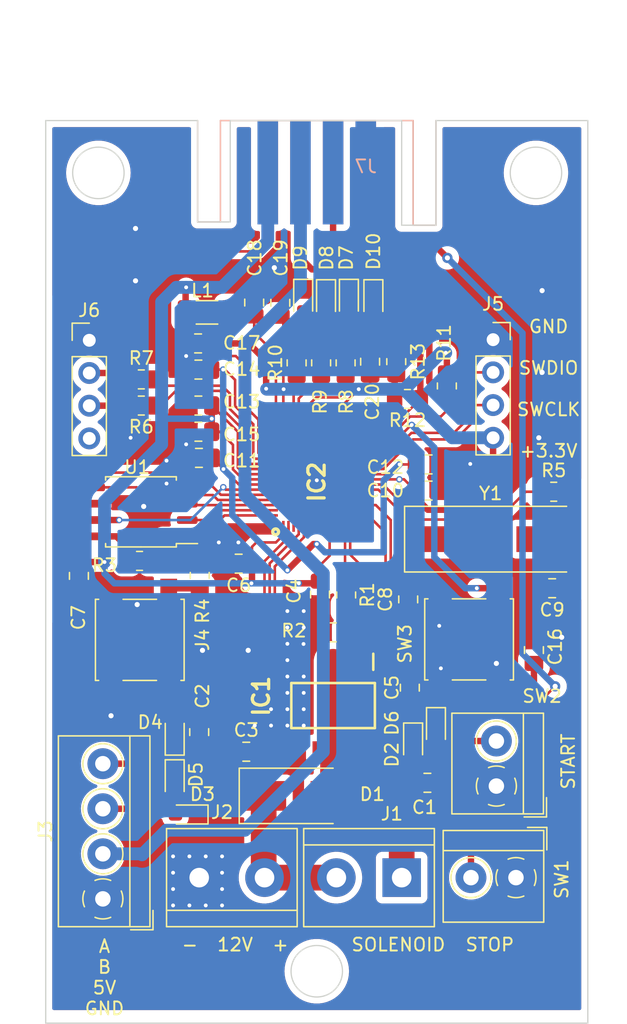
<source format=kicad_pcb>
(kicad_pcb (version 20211014) (generator pcbnew)
  (layers (0 "F.Cu" signal) (31 "B.Cu" signal) (34 "B.Paste" user) (35 "F.Paste" user) (36 "B.SilkS" user "B.Silkscreen") (37 "F.SilkS" user "F.Silkscreen") (38 "B.Mask" user) (39 "F.Mask" user) (44 "Edge.Cuts" user))
  (net 0 "")
  (net 1 "Net-(C1-Pad1)")
  (net 2 "GND")
  (net 3 "Net-(C2-Pad1)")
  (net 4 "Net-(C3-Pad1)")
  (net 5 "+3V3")
  (net 6 "Net-(C5-Pad1)")
  (net 7 "Net-(C8-Pad1)")
  (net 8 "Net-(C9-Pad1)")
  (net 9 "/1.1V")
  (net 10 "Net-(C16-Pad1)")
  (net 11 "Net-(C18-Pad1)")
  (net 12 "Net-(D1-Pad1)")
  (net 13 "Net-(D1-Pad2)")
  (net 14 "Net-(D7-Pad2)")
  (net 15 "Net-(D8-Pad2)")
  (net 16 "Net-(D9-Pad2)")
  (net 17 "Net-(D10-Pad2)")
  (net 18 "Net-(IC1-Pad1)")
  (net 19 "Net-(IC2-Pad56)")
  (net 20 "Net-(IC2-Pad55)")
  (net 21 "Net-(IC2-Pad54)")
  (net 22 "Net-(IC2-Pad53)")
  (net 23 "Net-(IC2-Pad52)")
  (net 24 "Net-(IC2-Pad51)")
  (net 25 "Net-(IC2-Pad47)")
  (net 26 "Net-(IC2-Pad46)")
  (net 28 "Net-(IC2-Pad40)")
  (net 29 "Net-(IC2-Pad39)")
  (net 31 "Net-(IC2-Pad37)")
  (net 39 "Net-(IC2-Pad28)")
  (net 40 "Net-(IC2-Pad27)")
  (net 41 "Net-(IC2-Pad25)")
  (net 42 "Net-(IC2-Pad24)")
  (net 43 "Net-(IC2-Pad21)")
  (net 46 "Net-(IC2-Pad2)")
  (net 48 "Net-(IC2-Pad13)")
  (net 56 "+5V")
  (net 57 "Net-(J4-Pad1)")
  (net 58 "Net-(J6-Pad2)")
  (net 59 "Net-(J6-Pad3)")
  (net 62 "Net-(IC2-Pad17)")
  (footprint "Capacitor_SMD:C_0805_2012Metric_Pad1.18x1.45mm_HandSolder" (layer "F.Cu") (at 15.9165 17.31 180)
    (fp_text reference "C17")
    (fp_text value "1u")
  )
  (footprint "Capacitor_SMD:C_0805_2012Metric_Pad1.18x1.45mm_HandSolder" (layer "F.Cu") (at 15.9395 24.168 180)
    (fp_text reference "C15")
    (fp_text value "0.1u")
  )
  (footprint "Package_SO:SOP-8_5.28x5.23mm_P1.27mm" (layer "F.Cu") (at 11.472 30.391 180)
    (fp_text reference "U1")
    (fp_text value "W25Q32JVSS")
  )
  (footprint "Diode_SMD:D_0603_1608Metric_Pad1.05x0.95mm_HandSolder" (layer "F.Cu") (at 15.029 53.898 180)
    (fp_text reference "D3")
    (fp_text value "ESD9B5.0ST5G")
  )
  (footprint "Crystal:Crystal_SMD_HC49-SD" (layer "F.Cu") (at 38.676 32.512)
    (fp_text reference "Y1")
    (fp_text value "12MHz")
  )
  (footprint "Resistor_SMD:R_0805_2012Metric_Pad1.20x1.40mm_HandSolder" (layer "F.Cu") (at 11.361 34.201 180)
    (fp_text reference "R3")
    (fp_text value "10k")
  )
  (footprint "Capacitor_SMD:C_0805_2012Metric_Pad1.18x1.45mm_HandSolder" (layer "F.Cu") (at 33.8465 28.74)
    (fp_text reference "C10")
    (fp_text value "0.1u")
  )
  (footprint "Resistor_SMD:R_0805_2012Metric_Pad1.20x1.40mm_HandSolder" (layer "F.Cu") (at 43.577 28.829)
    (fp_text reference "R5")
    (fp_text value "1k")
  )
  (footprint "TerminalBlock_4Ucon:TerminalBlock_4Ucon_1x02_P3.50mm_Horizontal" (layer "F.Cu") (at 39.116 51.689 90)
    (fp_text reference "SW2")
    (fp_text value "BTN1")
  )
  (footprint "TerminalBlock:TerminalBlock_bornier-2_P5.08mm" (layer "F.Cu") (at 16.002 58.801)
    (fp_text reference "J2")
    (fp_text value "Power 12V")
  )
  (footprint "Button_Switch_SMD:SW_SPST_B3S-1000" (layer "F.Cu") (at 36.993 40.297 90)
    (fp_text reference "SW3")
    (fp_text value "RST")
  )
  (footprint "Capacitor_SMD:C_0805_2012Metric_Pad1.18x1.45mm_HandSolder" (layer "F.Cu") (at 42.037 41.1265 90)
    (fp_text reference "C16")
    (fp_text value "0.1u")
  )
  (footprint "Resistor_SMD:R_0805_2012Metric_Pad1.20x1.40mm_HandSolder" (layer "F.Cu") (at 11.5 22.136 180)
    (fp_text reference "R6")
    (fp_text value "27.4")
  )
  (footprint "Resistor_SMD:R_0805_2012Metric_Pad1.20x1.40mm_HandSolder" (layer "F.Cu") (at 32.201 21.628 180)
    (fp_text reference "R12")
    (fp_text value "2.2k")
  )
  (footprint "Capacitor_SMD:C_0805_2012Metric_Pad1.18x1.45mm_HandSolder" (layer "F.Cu") (at 15.9825 26.2 180)
    (fp_text reference "C11")
    (fp_text value "1u")
  )
  (footprint "Resistor_SMD:R_0805_2012Metric_Pad1.20x1.40mm_HandSolder" (layer "F.Cu") (at 11.5 20.104)
    (fp_text reference "R7")
    (fp_text value "27.4")
  )
  (footprint "Capacitor_SMD:C_0805_2012Metric_Pad1.18x1.45mm_HandSolder" (layer "F.Cu") (at 20.279 14.135 90)
    (fp_text reference "C18")
    (fp_text value "0.1u")
  )
  (footprint "Inductor_SMD:L_1206_3216Metric_Pad1.22x1.90mm_HandSolder" (layer "F.Cu") (at 16.6075 14.897 180)
    (fp_text reference "L1")
    (fp_text value "600")
  )
  (footprint "Resistor_SMD:R_0805_2012Metric_Pad1.20x1.40mm_HandSolder" (layer "F.Cu") (at 31.328 18.723 90)
    (fp_text reference "R13")
    (fp_text value "2.2k")
  )
  (footprint "Resistor_SMD:R_0805_2012Metric_Pad1.20x1.40mm_HandSolder" (layer "F.Cu") (at 23.581 18.818 90)
    (fp_text reference "R10")
    (fp_text value "2.2k")
  )
  (footprint "Capacitor_SMD:C_0805_2012Metric_Pad1.18x1.45mm_HandSolder" (layer "F.Cu") (at 19.0715 34.417 180)
    (fp_text reference "C6")
    (fp_text value "0.1u")
  )
  (footprint "LED_SMD:LED_0603_1608Metric_Pad1.05x0.95mm_HandSolder" (layer "F.Cu") (at 29.55 14.022 -90)
    (fp_text reference "D10")
    (fp_text value "LED_Small")
  )
  (footprint "Connector_PinSocket_2.54mm:PinSocket_1x04_P2.54mm_Vertical" (layer "F.Cu") (at 38.862 17.018)
    (fp_text reference "J5")
    (fp_text value "Debug")
  )
  (footprint "Resistor_SMD:R_0805_2012Metric_Pad1.20x1.40mm_HandSolder" (layer "F.Cu") (at 25.486 18.818 90)
    (fp_text reference "R9")
    (fp_text value "2.2k")
  )
  (footprint "Capacitor_SMD:C_0805_2012Metric_Pad1.18x1.45mm_HandSolder" (layer "F.Cu") (at 25.4 36.8085 -90)
    (fp_text reference "C4")
    (fp_text value "0.1u")
  )
  (footprint "Connector_PinHeader_2.54mm:PinHeader_1x04_P2.54mm_Vertical" (layer "F.Cu") (at 7.452 17.066)
    (fp_text reference "J6")
    (fp_text value "USB")
  )
  (footprint "Capacitor_SMD:C_0805_2012Metric_Pad1.18x1.45mm_HandSolder" (layer "F.Cu") (at 15.9395 22.136 180)
    (fp_text reference "C13")
    (fp_text value "0.1u")
  )
  (footprint "Capacitor_SMD:C_0805_2012Metric_Pad1.18x1.45mm_HandSolder" (layer "F.Cu") (at 15.9395 19.342 180)
    (fp_text reference "C14")
    (fp_text value "1u")
  )
  (footprint "LED_SMD:LED_0603_1608Metric_Pad1.05x0.95mm_HandSolder" (layer "F.Cu") (at 24.089 13.994 -90)
    (fp_text reference "D9")
    (fp_text value "LED_Small")
  )
  (footprint "Capacitor_SMD:C_0805_2012Metric_Pad1.18x1.45mm_HandSolder" (layer "F.Cu") (at 16.002 47.498 90)
    (fp_text reference "C2")
    (fp_text value "0.1u")
  )
  (footprint "Capacitor_SMD:C_0805_2012Metric_Pad1.18x1.45mm_HandSolder" (layer "F.Cu") (at 22.311 14.1565 90)
    (fp_text reference "C19")
    (fp_text value "0.1u")
  )
  (footprint "RP2040:QFN40P700X700X90-57N-D" (layer "F.Cu") (at 25.146 28.067 90)
    (fp_text reference "IC2")
    (fp_text value "RP2040" hide)
  )
  (footprint "Capacitor_SMD:C_0805_2012Metric_Pad1.18x1.45mm_HandSolder" (layer "F.Cu") (at 6.646 35.3655 -90)
    (fp_text reference "C7")
    (fp_text value "0.1u")
  )
  (footprint "Resistor_SMD:R_0805_2012Metric_Pad1.20x1.40mm_HandSolder" (layer "F.Cu") (at 35.265 20.612 -90)
    (fp_text reference "R11")
    (fp_text value "2.2k")
  )
  (footprint "Resistor_SMD:R_0805_2012Metric_Pad1.20x1.40mm_HandSolder" (layer "F.Cu") (at 27.391 18.818 90)
    (fp_text reference "R8")
    (fp_text value "2.2k")
  )
  (footprint "Diode_SMD:D_0603_1608Metric_Pad1.05x0.95mm_HandSolder" (layer "F.Cu") (at 32.639 48.453 -90)
    (fp_text reference "D2")
    (fp_text value "ESD9B5.0ST5G")
  )
  (footprint "Diode_SMD:D_0603_1608Metric_Pad1.05x0.95mm_HandSolder" (layer "F.Cu") (at 14.097 47.625 90)
    (fp_text reference "D4")
    (fp_text value "ESD9B5.0ST5G")
  )
  (footprint "Diode_SMD:D_SMB_Handsoldering" (layer "F.Cu") (at 23.716 52.451)
    (fp_text reference "D1")
    (fp_text value "D_Small")
  )
  (footprint "Capacitor_SMD:C_0805_2012Metric_Pad1.18x1.45mm_HandSolder" (layer "F.Cu") (at 33.7515 51.435)
    (fp_text reference "C1")
    (fp_text value "0.1u")
  )
  (footprint "Capacitor_SMD:C_0805_2012Metric_Pad1.18x1.45mm_HandSolder" (layer "F.Cu") (at 29.296 18.7285 90)
    (fp_text reference "C20")
    (fp_text value "0.1u")
  )
  (footprint "Capacitor_SMD:C_0805_2012Metric_Pad1.18x1.45mm_HandSolder" (layer "F.Cu") (at 19.6635 49.022)
    (fp_text reference "C3")
    (fp_text value "0.1u")
  )
  (footprint "Resistor_SMD:R_0805_2012Metric_Pad1.20x1.40mm_HandSolder" (layer "F.Cu") (at 26.432 39.751 180)
    (fp_text reference "R2")
    (fp_text value "10k")
  )
  (footprint "LED_SMD:LED_0603_1608Metric_Pad1.05x0.95mm_HandSolder" (layer "F.Cu") (at 27.645 13.994 -90)
    (fp_text reference "D7")
    (fp_text value "LED_Small")
  )
  (footprint "LED_SMD:LED_0603_1608Metric_Pad1.05x0.95mm_HandSolder" (layer "F.Cu") (at 25.867 14.022 -90)
    (fp_text reference "D8")
    (fp_text value "LED_Small")
  )
  (footprint "FDT439N:SOT230P700X180-4N" (layer "F.Cu") (at 26.416 45.437 -90)
    (fp_text reference "IC1")
    (fp_text value "FDT439N" hide)
  )
  (footprint "TerminalBlock:TerminalBlock_bornier-2_P5.08mm" (layer "F.Cu") (at 31.75 58.801 180)
    (fp_text reference "J1")
    (fp_text value "Solenoid")
  )
  (footprint "Diode_SMD:D_0603_1608Metric_Pad1.05x0.95mm_HandSolder" (layer "F.Cu") (at 14.097 51.308 -90)
    (fp_text reference "D5")
    (fp_text value "ESD9B5.0ST5G")
  )
  (footprint "Capacitor_SMD:C_0805_2012Metric_Pad1.18x1.45mm_HandSolder" (layer "F.Cu") (at 32.258 37.1895 -90)
    (fp_text reference "C8")
    (fp_text value "27p")
  )
  (footprint "Resistor_SMD:R_0805_2012Metric_Pad1.20x1.40mm_HandSolder" (layer "F.Cu") (at 27.432 36.846 -90)
    (fp_text reference "R1")
    (fp_text value "100")
  )
  (footprint "Capacitor_SMD:C_0805_2012Metric_Pad1.18x1.45mm_HandSolder" (layer "F.Cu") (at 32.385 44.0475 -90)
    (fp_text reference "C5")
    (fp_text value "0.1u")
  )
  (footprint "Button_Switch_SMD:SW_SPST_B3S-1000" (layer "F.Cu") (at 11.381 40.335 -90)
    (fp_text reference "J4")
    (fp_text value "Conn_01x02")
  )
  (footprint "Resistor_SMD:R_0805_2012Metric_Pad1.20x1.40mm_HandSolder" (layer "F.Cu") (at 16.044 35.328 90)
    (fp_text reference "R4")
    (fp_text value "10k")
  )
  (footprint "TerminalBlock_4Ucon:TerminalBlock_4Ucon_1x04_P3.50mm_Horizontal" (layer "F.Cu") (at 8.509 60.452 90)
    (fp_text reference "J3")
    (fp_text value "encoder")
  )
  (footprint "TerminalBlock_4Ucon:TerminalBlock_4Ucon_1x02_P3.50mm_Horizontal" (layer "F.Cu") (at 40.64 58.801 180)
    (fp_text reference "SW1")
    (fp_text value "BTN2")
  )
  (footprint "Diode_SMD:D_0603_1608Metric_Pad1.05x0.95mm_HandSolder" (layer "F.Cu") (at 34.417 47.258 -90)
    (fp_text reference "D6")
    (fp_text value "ESD9B5.0ST5G")
  )
  (footprint "Capacitor_SMD:C_0805_2012Metric_Pad1.18x1.45mm_HandSolder" (layer "F.Cu") (at 33.8465 26.708)
    (fp_text reference "C12")
    (fp_text value "1u")
  )
  (footprint "Capacitor_SMD:C_0805_2012Metric_Pad1.18x1.45mm_HandSolder" (layer "F.Cu") (at 43.4555 36.322 180)
    (fp_text reference "C9")
    (fp_text value "27p")
  )
  (footprint "my_modules:connector_pcb" (layer "B.Cu") (at 25.146 4.064 180)
    (fp_text reference "J7")
    (fp_text value "I2C_interface")
  )
  (gr_line (start 4.064 70.104) (end 4.064 0) (layer "Edge.Cuts") (width 0.1))
  (gr_line (start 46.228 70.104) (end 4.064 70.104) (layer "Edge.Cuts") (width 0.1))
  (gr_circle (center 25.146 66.072) (end 27.146 66.072) (layer "Edge.Cuts") (width 0.1) (fill none))
  (gr_circle (center 8.16 4.064) (end 10.16 4.064) (layer "Edge.Cuts") (width 0.1) (fill none))
  (gr_line (start 18.415 7.874) (end 15.875 7.874) (layer "Edge.Cuts") (width 0.1))
  (gr_circle (center 42.196 4.064) (end 44.196 4.064) (layer "Edge.Cuts") (width 0.1) (fill none))
  (gr_line (start 15.875 0) (end 4.064 0) (layer "Edge.Cuts") (width 0.1))
  (gr_line (start 15.875 7.874) (end 15.875 0) (layer "Edge.Cuts") (width 0.1))
  (gr_line (start 18.415 0) (end 18.415 7.874) (layer "Edge.Cuts") (width 0.1))
  (gr_line (start 34.417 8.128) (end 31.75 8.128) (layer "Edge.Cuts") (width 0.1))
  (gr_line (start 34.417 0) (end 34.417 8.128) (layer "Edge.Cuts") (width 0.1))
  (gr_line (start 46.228 0) (end 46.228 70.104) (layer "Edge.Cuts") (width 0.1))
  (gr_line (start 46.228 0) (end 34.417 0) (layer "Edge.Cuts") (width 0.1))
  (gr_line (start 31.75 8.128) (end 31.75 0) (layer "Edge.Cuts") (width 0.1))
  (gr_line (start 31.75 0) (end 18.415 0) (layer "Edge.Cuts") (width 0.1))
  (gr_text "GND\n\nSWDIO\n\nSWCLK\n\n+3.3V" (at 43.18 20.828) (layer "F.SilkS") (effects (font (size 1 1))))
  (gr_text "START" (at 44.704 49.784 90) (layer "F.SilkS") (effects (font (size 1 1))))
  (gr_text "SOLENOID" (at 31.496 64.008) (layer "F.SilkS") (effects (font (size 1 1))))
  (gr_text "A\nB\n5V\nGND" (at 8.636 66.548) (layer "F.SilkS") (effects (font (size 1 1))))
  (gr_text "STOP" (at 38.608 64.008) (layer "F.SilkS") (effects (font (size 1 1))))
  (gr_text "-  12V  +" (at 18.796 64.008) (layer "F.SilkS") (effects (font (size 1 1))))
  (segment (start 30.099 48.387) (end 31.04 49.328) (width 0.2) (layer "F.Cu") (net 1))
  (segment (start 32.639 49.328) (end 32.639 51.36) (width 0.5) (layer "F.Cu") (net 1))
  (segment (start 37.14 56.571) (end 37.14 58.801) (width 0.5) (layer "F.Cu") (net 1))
  (segment (start 32.714 52.145) (end 37.14 56.571) (width 0.5) (layer "F.Cu") (net 1))
  (segment (start 30.099 36.068) (end 30.099 48.387) (width 0.2) (layer "F.Cu") (net 1))
  (segment (start 31.04 49.328) (end 32.639 49.328) (width 0.2) (layer "F.Cu") (net 1))
  (segment (start 32.714 51.435) (end 32.714 52.145) (width 0.5) (layer "F.Cu") (net 1))
  (segment (start 27.746 33.715) (end 30.099 36.068) (width 0.2) (layer "F.Cu") (net 1))
  (segment (start 32.639 51.36) (end 32.714 51.435) (width 0.5) (layer "F.Cu") (net 1))
  (segment (start 27.746 31.517) (end 27.746 33.715) (width 0.2) (layer "F.Cu") (net 1))
  (segment (start 42.418 37.846) (end 42.037 38.227) (width 0.5) (layer "F.Cu") (net 2))
  (segment (start 34.743 38.028) (end 34.743 36.322) (width 0.5) (layer "F.Cu") (net 2))
  (segment (start 42.418 36.322) (end 42.418 37.846) (width 0.5) (layer "F.Cu") (net 2))
  (segment (start 20.3365 13.155) (end 20.279 13.0975) (width 0.5) (layer "F.Cu") (net 2))
  (segment (start 28.57 13.155) (end 28.578 13.147) (width 0.5) (layer "F.Cu") (net 2))
  (segment (start 29.296 17.691) (end 28.57 16.965) (width 0.5) (layer "F.Cu") (net 2))
  (segment (start 28.578 13.147) (end 29.55 13.147) (width 0.5) (layer "F.Cu") (net 2))
  (segment (start 28.57 16.965) (end 28.57 13.155) (width 0.5) (layer "F.Cu") (net 2))
  (segment (start 25.4 39.719) (end 25.432 39.751) (width 0.5) (layer "F.Cu") (net 2))
  (segment (start 24.116 40.654) (end 24.116 40.273) (width 0.5) (layer "F.Cu") (net 2))
  (segment (start 6.689 36.36) (end 6.646 36.403) (width 0.5) (layer "F.Cu") (net 2))
  (segment (start 14.635 17.066) (end 7.452 17.066) (width 0.5) (layer "F.Cu") (net 2))
  (segment (start 24.116 42.037) (end 24.116 40.654) (width 0.5) (layer "F.Cu") (net 2))
  (segment (start 28.57 13.155) (end 20.3365 13.155) (width 0.5) (layer "F.Cu") (net 2))
  (segment (start 25.4 37.846) (end 25.4 39.719) (width 0.5) (layer "F.Cu") (net 2))
  (segment (start 42.037 38.227) (end 34.544 38.227) (width 0.5) (layer "F.Cu") (net 2))
  (segment (start 42.037 40.089) (end 42.037 38.227) (width 0.5) (layer "F.Cu") (net 2))
  (segment (start 34.544 38.227) (end 34.743 38.028) (width 0.5) (layer "F.Cu") (net 2))
  (segment (start 24.116 40.273) (end 24.638 39.751) (width 0.5) (layer "F.Cu") (net 2))
  (segment (start 9.131 36.36) (end 6.689 36.36) (width 0.5) (layer "F.Cu") (net 2))
  (segment (start 14.879 17.31) (end 14.635 17.066) (width 0.5) (layer "F.Cu") (net 2))
  (segment (start 24.638 39.751) (end 25.432 39.751) (width 0.5) (layer "F.Cu") (net 2))
  (segment (start 32.258 38.227) (end 34.544 38.227) (width 0.5) (layer "F.Cu") (net 2))
  (via (at 15.24 57.15) (size 0.5) (drill 0.3) (layers "F.Cu" "B.Cu") (net 2))
  (via (at 24.116 40.654) (size 0.5) (drill 0.3) (layers "F.Cu" "B.Cu") (net 2))
  (via (at 24.13 44.45) (size 0.5) (drill 0.3) (layers "F.Cu" "B.Cu") (net 2))
  (via (at 24.13 46.99) (size 0.5) (drill 0.3) (layers "F.Cu" "B.Cu") (net 2))
  (via (at 39.116 42.164) (size 0.8) (drill 0.4) (layers "F.Cu" "B.Cu") (net 2))
  (via (at 17.78 57.15) (size 0.5) (drill 0.3) (layers "F.Cu" "B.Cu") (net 2))
  (via (at 14.986 18.288) (size 0.5) (drill 0.3) (layers "F.Cu" "B.Cu") (net 2))
  (via (at 42.672 13.208) (size 0.8) (drill 0.4) (layers "F.Cu" "B.Cu") (net 2))
  (via (at 19.05 32.766) (size 0.5) (drill 0.3) (layers "F.Cu" "B.Cu") (net 2))
  (via (at 16.51 60.96) (size 0.5) (drill 0.3) (layers "F.Cu" "B.Cu") (net 2))
  (via (at 15.24 60.96) (size 0.5) (drill 0.3) (layers "F.Cu" "B.Cu") (net 2))
  (via (at 44.196 40.132) (size 0.8) (drill 0.4) (layers "F.Cu" "B.Cu") (net 2))
  (via (at 25.146 27.94) (size 0.5) (drill 0.3) (layers "F.Cu" "B.Cu") (net 2))
  (via (at 42.672 19.558) (size 0.8) (drill 0.4) (layers "F.Cu" "B.Cu") (net 2))
  (via (at 24.13 38.1) (size 0.5) (drill 0.3) (layers "F.Cu" "B.Cu") (net 2))
  (via (at 22.86 40.64) (size 0.5) (drill 0.3) (layers "F.Cu" "B.Cu") (net 2))
  (via (at 22.86 45.72) (size 0.5) (drill 0.3) (layers "F.Cu" "B.Cu") (net 2))
  (via (at 24.13 39.37) (size 0.5) (drill 0.3) (layers "F.Cu" "B.Cu") (net 2))
  (via (at 11.049 12.446) (size 0.8) (drill 0.4) (layers "F.Cu" "B.Cu") (net 2))
  (via (at 9.144 46.228) (size 0.8) (drill 0.4) (layers "F.Cu" "B.Cu") (net 2))
  (via (at 21.844 11.43) (size 0.8) (drill 0.4) (layers "F.Cu" "B.Cu") (net 2))
  (via (at 22.86 41.91) (size 0.5) (drill 0.3) (layers "F.Cu" "B.Cu") (net 2))
  (via (at 21.59 46.99) (size 0.5) (drill 0.3) (layers "F.Cu" "B.Cu") (net 2))
  (via (at 19.812 41.148) (size 0.8) (drill 0.4) (layers "F.Cu" "B.Cu") (net 2))
  (via (at 24.13 43.18) (size 0.5) (drill 0.3) (layers "F.Cu" "B.Cu") (net 2))
  (via (at 17.78 60.96) (size 0.5) (drill 0.3) (layers "F.Cu" "B.Cu") (net 2))
  (via (at 20.32 46.99) (size 0.5) (drill 0.3) (layers "F.Cu" "B.Cu") (net 2))
  (via (at 13.462 28.194) (size 0.5) (drill 0.3) (layers "F.Cu" "B.Cu") (net 2))
  (via (at 14.986 25.146) (size 0.5) (drill 0.3) (layers "F.Cu" "B.Cu") (net 2))
  (via (at 17.78 58.42) (size 0.5) (drill 0.3) (layers "F.Cu" "B.Cu") (net 2))
  (via (at 22.86 44.45) (size 0.5) (drill 0.3) (layers "F.Cu" "B.Cu") (net 2))
  (via (at 13.97 60.96) (size 0.5) (drill 0.3) (layers "F.Cu" "B.Cu") (net 2))
  (via (at 13.97 59.69) (size 0.5) (drill 0.3) (layers "F.Cu" "B.Cu") (net 2))
  (via (at 16.256 41.148) (size 0.8) (drill 0.4) (layers "F.Cu" "B.Cu") (net 2))
  (via (at 10.668 24.638) (size 0.5) (drill 0.3) (layers "F.Cu" "B.Cu") (net 2))
  (via (at 13.462 26.416) (size 0.5) (drill 0.3) (layers "F.Cu" "B.Cu") (net 2))
  (via (at 13.97 58.42) (size 0.5) (drill 0.3) (layers "F.Cu" "B.Cu") (net 2))
  (via (at 22.86 43.18) (size 0.5) (drill 0.3) (layers "F.Cu" "B.Cu") (net 2))
  (via (at 17.78 59.69) (size 0.5) (drill 0.3) (layers "F.Cu" "B.Cu") (net 2))
  (via (at 11.176 37.592) (size 0.8) (drill 0.4) (layers "F.Cu" "B.Cu") (net 2))
  (via (at 16.51 57.15) (size 0.5) (drill 0.3) (layers "F.Cu" "B.Cu") (net 2))
  (via (at 22.86 38.1) (size 0.5) (drill 0.3) (layers "F.Cu" "B.Cu") (net 2))
  (via (at 13.97 57.15) (size 0.5) (drill 0.3) (layers "F.Cu" "B.Cu") (net 2))
  (via (at 22.86 39.37) (size 0.5) (drill 0.3) (layers "F.Cu" "B.Cu") (net 2))
  (via (at 22.86 46.99) (size 0.5) (drill 0.3) (layers "F.Cu" "B.Cu") (net 2))
  (via (at 37.084 26.67) (size 0.5) (drill 0.3) (layers "F.Cu" "B.Cu") (net 2))
  (via (at 24.13 45.72) (size 0.5) (drill 0.3) (layers "F.Cu" "B.Cu") (net 2))
  (via (at 17.526 32.766) (size 0.5) (drill 0.3) (layers "F.Cu" "B.Cu") (net 2))
  (via (at 11.049 8.382) (size 0.8) (drill 0.4) (layers "F.Cu" "B.Cu") (net 2))
  (via (at 21.59 45.72) (size 0.5) (drill 0.3) (layers "F.Cu" "B.Cu") (net 2))
  (via (at 34.798 42.545) (size 0.5) (drill 0.3) (layers "F.Cu" "B.Cu") (net 2))
  (via (at 42.418 24.638) (size 0.8) (drill 0.4) (layers "F.Cu" "B.Cu") (net 2))
  (via (at 34.671 39.243) (size 0.5) (drill 0.3) (layers "F.Cu" "B.Cu") (net 2))
  (via (at 11.684 29.972) (size 0.8) (drill 0.4) (layers "F.Cu" "B.Cu") (net 2))
  (segment (start 23.746 32.134) (end 21.482 34.398) (width 0.2) (layer "F.Cu") (net 3))
  (segment (start 23.746 31.517) (end 23.746 32.134) (width 0.2) (layer "F.Cu") (net 3))
  (segment (start 14.097 49.784) (end 14.097 48.5) (width 0.5) (layer "F.Cu") (net 3))
  (segment (start 14.097 50.433) (end 14.097 49.784) (width 0.5) (layer "F.Cu") (net 3))
  (segment (start 21.482 34.398) (end 21.482 43.0555) (width 0.2) (layer "F.Cu") (net 3))
  (segment (start 16.002 48.5355) (end 14.1325 48.5355) (width 0.5) (layer "F.Cu") (net 3))
  (segment (start 13.929 49.952) (end 14.097 49.784) (width 0.5) (layer "F.Cu") (net 3))
  (segment (start 8.509 49.952) (end 13.929 49.952) (width 0.5) (layer "F.Cu") (net 3))
  (segment (start 14.1325 48.5355) (end 14.097 48.5) (width 0.5) (layer "F.Cu") (net 3))
  (segment (start 21.482 43.0555) (end 16.002 48.5355) (width 0.2) (layer "F.Cu") (net 3))
  (segment (start 21.882 43.523) (end 18.626 46.779) (width 0.2) (layer "F.Cu") (net 4))
  (segment (start 14.154 52.24) (end 14.097 52.183) (width 0.5) (layer "F.Cu") (net 4))
  (segment (start 21.882 34.633) (end 21.882 43.523) (width 0.2) (layer "F.Cu") (net 4))
  (segment (start 24.146 32.369) (end 21.882 34.633) (width 0.2) (layer "F.Cu") (net 4))
  (segment (start 14.154 53.898) (end 14.154 53.283) (width 0.5) (layer "F.Cu") (net 4))
  (segment (start 8.509 53.452) (end 13.985 53.452) (width 0.5) (layer "F.Cu") (net 4))
  (segment (start 14.097 52.183) (end 14.111 52.197) (width 0.5) (layer "F.Cu") (net 4))
  (segment (start 24.146 31.517) (end 24.146 32.369) (width 0.2) (layer "F.Cu") (net 4))
  (segment (start 13.985 53.452) (end 14.154 53.283) (width 0.5) (layer "F.Cu") (net 4))
  (segment (start 18.626 46.779) (end 18.626 49.022) (width 0.2) (layer "F.Cu") (net 4))
  (segment (start 18.626 50.843) (end 18.626 49.022) (width 0.5) (layer "F.Cu") (net 4))
  (segment (start 14.154 53.283) (end 14.154 52.24) (width 0.5) (layer "F.Cu") (net 4))
  (segment (start 17.272 52.197) (end 18.626 50.843) (width 0.5) (layer "F.Cu") (net 4))
  (segment (start 14.111 52.197) (end 17.272 52.197) (width 0.5) (layer "F.Cu") (net 4))
  (segment (start 21.971 32.766) (end 20.447 32.766) (width 0.2) (layer "F.Cu") (net 5))
  (segment (start 26.146 33.798) (end 25.4 34.544) (width 0.2) (layer "F.Cu") (net 5))
  (segment (start 6.646 32.851) (end 6.646 34.328) (width 0.5) (layer "F.Cu") (net 5))
  (segment (start 6.684 34.29) (end 6.646 34.328) (width 0.5) (layer "F.Cu") (net 5))
  (segment (start 25.23 35.941) (end 25.4 35.771) (width 0.5) (layer "F.Cu") (net 5))
  (segment (start 31.328 19.723) (end 29.339 19.723) (width 0.5) (layer "F.Cu") (net 5))
  (segment (start 38.862 29.464) (end 38.862 24.638) (width 0.5) (layer "F.Cu") (net 5))
  (segment (start 16.977 22.136) (end 16.977 23.155) (width 0.5) (layer "F.Cu") (net 5))
  (segment (start 33.782 30.226) (end 38.1 30.226) (width 0.5) (layer "F.Cu") (net 5))
  (segment (start 22.546 32.191) (end 21.971 32.766) (width 0.2) (layer "F.Cu") (net 5))
  (segment (start 9.563 32.296) (end 7.872 32.296) (width 0.5) (layer "F.Cu") (net 5))
  (segment (start 29.296 20.612) (end 29.296 19.766) (width 0.2) (layer "F.Cu") (net 5))
  (segment (start 38.1 30.226) (end 38.862 29.464) (width 0.5) (layer "F.Cu") (net 5))
  (segment (start 20.109 34.417) (end 20.109 35.898) (width 0.5) (layer "F.Cu") (net 5))
  (segment (start 21.696 25.867) (end 20.657 25.867) (width 0.2) (layer "F.Cu") (net 5))
  (segment (start 28.407 20.866) (end 28.41 20.866) (width 0.2) (layer "F.Cu") (net 5))
  (segment (start 14.945 12.995) (end 14.986 12.954) (width 0.5) (layer "F.Cu") (net 5))
  (segment (start 16.954 15.763) (end 16.088 14.897) (width 0.5) (layer "F.Cu") (net 5))
  (segment (start 31.201 19.85) (end 31.328 19.723) (width 0.5) (layer "F.Cu") (net 5))
  (segment (start 19.514 27.467) (end 19.009 26.962) (width 0.2) (layer "F.Cu") (net 5))
  (segment (start 8.636 34.29) (end 6.684 34.29) (width 0.5) (layer "F.Cu") (net 5))
  (segment (start 26.146 23.127) (end 28.407 20.866) (width 0.2) (layer "F.Cu") (net 5))
  (segment (start 35.265 19.612) (end 35.265 18.12) (width 0.5) (layer "F.Cu") (net 5))
  (segment (start 26.146 31.517) (end 26.146 33.798) (width 0.2) (layer "F.Cu") (net 5))
  (segment (start 17.612 24.168) (end 16.977 24.168) (width 0.2) (layer "F.Cu") (net 5))
  (segment (start 25.4 34.544) (end 25.4 35.771) (width 0.2) (layer "F.Cu") (net 5))
  (segment (start 19.406 27.867) (end 18.628 27.089) (width 0.2) (layer "F.Cu") (net 5))
  (segment (start 22.546 15.429) (end 22.311 15.194) (width 0.2) (layer "F.Cu") (net 5))
  (segment (start 28.41 20.866) (end 29.042 20.866) (width 0.2) (layer "F.Cu") (net 5))
  (segment (start 18.628 27.089) (end 18.628 25.184) (width 0.2) (layer "F.Cu") (net 5))
  (segment (start 29.042 20.866) (end 29.296 20.612) (width 0.2) (layer "F.Cu") (net 5))
  (segment (start 21.238 27.467) (end 19.514 27.467) (width 0.2) (layer "F.Cu") (net 5))
  (segment (start 18.628 25.184) (end 17.612 24.168) (width 0.2) (layer "F.Cu") (net 5))
  (segment (start 21.238 27.867) (end 19.406 27.867) (width 0.2) (layer "F.Cu") (net 5))
  (segment (start 31.569 27.867) (end 31.936 27.867) (width 0.2) (layer "F.Cu") (net 5))
  (segment (start 16.088 14.897) (end 14.945 14.897) (width 0.5) (layer "F.Cu") (net 5))
  (segment (start 29.339 19.723) (end 29.296 19.766) (width 0.5) (layer "F.Cu") (net 5))
  (segment (start 7.872 32.296) (end 7.201 32.296) (width 0.5) (layer "F.Cu") (net 5))
  (segment (start 20.609 23.228) (end 19.263 21.882) (width 0.2) (layer "F.Cu") (net 5))
  (segment (start 17.907 18.288) (end 16.954 17.335) (width 0.2) (layer "F.Cu") (net 5))
  (segment (start 31.201 21.628) (end 31.201 19.85) (width 0.5) (layer "F.Cu") (net 5))
  (segment (start 20.447 32.766) (end 20.109 33.104) (width 0.2) (layer "F.Cu") (net 5))
  (segment (start 19.85 17.31) (end 16.954 17.31) (width 0.5) (layer "F.Cu") (net 5))
  (segment (start 19.263 21.882) (end 19.263 18.707) (width 0.2) (layer "F.Cu") (net 5))
  (segment (start 16.954 17.31) (end 16.954 15.763) (width 0.5) (layer "F.Cu") (net 5))
  (segment (start 28.596 27.867) (end 31.569 27.867) (width 0.2) (layer "F.Cu") (net 5))
  (segment (start 20.109 33.104) (end 20.109 34.417) (width 0.2) (layer "F.Cu") (net 5))
  (segment (start 32.809 28.74) (end 32.809 29.253) (width 0.5) (layer "F.Cu") (net 5))
  (segment (start 22.546 31.517) (end 22.546 32.191) (width 0.2) (layer "F.Cu") (net 5))
  (segment (start 22.546 24.617) (end 22.546 15.429) (width 0.2) (layer "F.Cu") (net 5))
  (segment (start 10.361 34.201) (end 10.361 33.094) (width 0.5) (layer "F.Cu") (net 5))
  (segment (start 10.361 33.094) (end 9.563 32.296) (width 0.5) (layer "F.Cu") (net 5))
  (segment (start 23.749 35.941) (end 25.23 35.941) (width 0.5) (layer "F.Cu") (net 5))
  (segment (start 16.977 23.155) (end 16.977 24.168) (width 0.5) (layer "F.Cu") (net 5))
  (segment (start 31.936 27.867) (end 32.809 28.74) (width 0.2) (layer "F.Cu") (net 5))
  (segment (start 32.809 29.253) (end 33.782 30.226) (width 0.5) (layer "F.Cu") (net 5))
  (segment (start 20.657 25.867) (end 20.609 25.819) (width 0.2) (layer "F.Cu") (net 5))
  (segment (start 20.109 35.898) (end 20.066 35.941) (width 0.5) (layer "F.Cu") (net 5))
  (segment (start 19.009 26.962) (end 19.009 24.168) (width 0.2) (layer "F.Cu") (net 5))
  (segment (start 17.866 17.31) (end 16.954 17.31) (width 0.2) (layer "F.Cu") (net 5))
  (segment (start 21.209 18.669) (end 19.85 17.31) (width 0.5) (layer "F.Cu") (net 5))
  (segment (start 26.146 24.617) (end 26.146 23.127) (width 0.2) (layer "F.Cu") (net 5))
  (segment (start 21.209 20.828) (end 21.209 18.669) (width 0.5) (layer "F.Cu") (net 5))
  (segment (start 20.609 25.819) (end 20.609 23.228) (width 0.2) (layer "F.Cu") (net 5))
  (segment (start 19.009 24.168) (end 16.977 22.136) (width 0.2) (layer "F.Cu") (net 5))
  (segment (start 19.263 18.707) (end 18.844 18.288) (width 0.2) (layer "F.Cu") (net 5))
  (segment (start 7.201 32.296) (end 6.646 32.851) (width 0.5) (layer "F.Cu") (net 5))
  (segment (start 18.844 18.288) (end 17.907 18.288) (width 0.2) (layer "F.Cu") (net 5))
  (segment (start 35.265 18.12) (end 35.179 18.034) (width 0.5) (layer "F.Cu") (net 5))
  (segment (start 14.945 14.897) (end 14.945 12.995) (width 0.5) (layer "F.Cu") (net 5))
  (segment (start 16.954 17.335) (end 16.954 17.31) (width 0.2) (layer "F.Cu") (net 5))
  (via (at 8.636 34.29) (size 0.5) (drill 0.3) (layers "F.Cu" "B.Cu") (net 5))
  (via (at 16.977 23.155) (size 0.5) (drill 0.3) (layers "F.Cu" "B.Cu") (net 5))
  (via (at 35.179 18.034) (size 0.5) (drill 0.3) (layers "F.Cu" "B.Cu") (net 5))
  (via (at 22.568 20.866) (size 0.5) (drill 0.3) (layers "F.Cu" "B.Cu") (net 5))
  (via (at 28.41 20.866) (size 0.5) (drill 0.3) (layers "F.Cu" "B.Cu") (net 5))
  (via (at 23.749 35.941) (size 0.5) (drill 0.3) (layers "F.Cu" "B.Cu") (net 5))
  (via (at 20.066 35.941) (size 0.5) (drill 0.3) (layers "F.Cu" "B.Cu") (net 5))
  (via (at 14.986 12.954) (size 0.5) (drill 0.3) (layers "F.Cu" "B.Cu") (net 5))
  (via (at 21.209 20.828) (size 0.5) (drill 0.3) (layers "F.Cu" "B.Cu") (net 5))
  (via (at 31.569 27.867) (size 0.5) (drill 0.3) (layers "F.Cu" "B.Cu") (net 5))
  (segment (start 20.066 35.941) (end 9.398 35.941) (width 0.5) (layer "B.Cu") (net 5))
  (segment (start 34.798 18.034) (end 35.179 18.034) (width 1) (layer "B.Cu") (net 5))
  (segment (start 17.78 12.954) (end 14.986 12.954) (width 1) (layer "B.Cu") (net 5))
  (segment (start 21.247 20.866) (end 21.209 20.828) (width 0.5) (layer "B.Cu") (net 5))
  (segment (start 13.081 22.987) (end 13.081 25.146) (width 1) (layer "B.Cu") (net 5))
  (segment (start 31.966 20.866) (end 34.036 18.796) (width 1) (layer "B.Cu") (net 5))
  (segment (start 13.081 25.146) (end 8.636 29.591) (width 1) (layer "B.Cu") (net 5))
  (segment (start 13.249 23.155) (end 13.081 22.987) (width 0.5) (layer "B.Cu") (net 5))
  (segment (start 16.977 23.155) (end 13.249 23.155) (width 0.5) (layer "B.Cu") (net 5))
  (segment (start 20.066 35.941) (end 23.749 35.941) (width 0.5) (layer "B.Cu") (net 5))
  (segment (start 31.915 20.866) (end 31.966 20.866) (width 1) (layer "B.Cu") (net 5))
  (segment (start 28.41 20.866) (end 22.568 20.866) (width 1) (layer "B.Cu") (net 5))
  (segment (start 35.687 24.638) (end 38.862 24.638) (width 1) (layer "B.Cu") (net 5))
  (segment (start 21.336 9.398) (end 17.78 12.954) (width 1) (layer "B.Cu") (net 5))
  (segment (start 22.568 20.866) (end 21.247 20.866) (width 1) (layer "B.Cu") (net 5))
  (segment (start 28.41 20.866) (end 31.915 20.866) (width 1) (layer "B.Cu") (net 5))
  (segment (start 14.986 12.954) (end 14.224 12.954) (width 1) (layer "B.Cu") (net 5))
  (segment (start 31.915 20.866) (end 35.687 24.638) (width 1) (layer "B.Cu") (net 5))
  (segment (start 8.636 29.591) (end 8.636 34.29) (width 1) (layer "B.Cu") (net 5))
  (segment (start 14.224 12.954) (end 13.081 14.097) (width 1) (layer "B.Cu") (net 5))
  (segment (start 9.398 35.941) (end 8.636 35.179) (width 0.5) (layer "B.Cu") (net 5))
  (segment (start 21.336 4.064) (end 21.336 9.398) (width 1) (layer "B.Cu") (net 5))
  (segment (start 13.081 14.097) (end 13.081 22.987) (width 1) (layer "B.Cu") (net 5))
  (segment (start 8.636 35.179) (end 8.636 34.29) (width 0.5) (layer "B.Cu") (net 5))
  (segment (start 34.036 18.796) (end 34.798 18.034) (width 1) (layer "B.Cu") (net 5))
  (segment (start 32.385 42.291) (end 33.274 41.402) (width 0.5) (layer "F.Cu") (net 6))
  (segment (start 35.56 41.402) (end 36.378 42.22) (width 0.5) (layer "F.Cu") (net 6))
  (segment (start 30.945 43.01) (end 32.385 43.01) (width 0.2) (layer "F.Cu") (net 6))
  (segment (start 29.143 30.667) (end 30.499 32.023) (width 0.2) (layer "F.Cu") (net 6))
  (segment (start 36.378 42.22) (end 36.378 48.189) (width 0.5) (layer "F.Cu") (net 6))
  (segment (start 32.385 43.01) (end 32.385 42.291) (width 0.5) (layer "F.Cu") (net 6))
  (segment (start 34.473 48.189) (end 34.417 48.133) (width 0.5) (layer "F.Cu") (net 6))
  (segment (start 30.499 42.564) (end 30.945 43.01) (width 0.2) (layer "F.Cu") (net 6))
  (segment (start 39.116 48.189) (end 36.378 48.189) (width 0.5) (layer "F.Cu") (net 6))
  (segment (start 30.499 32.023) (end 30.499 42.564) (width 0.2) (layer "F.Cu") (net 6))
  (segment (start 33.274 41.402) (end 35.56 41.402) (width 0.5) (layer "F.Cu") (net 6))
  (segment (start 36.378 48.189) (end 34.473 48.189) (width 0.5) (layer "F.Cu") (net 6))
  (segment (start 28.596 30.667) (end 29.143 30.667) (width 0.2) (layer "F.Cu") (net 6))
  (segment (start 32.258 33.147) (end 32.258 36.152) (width 0.5) (layer "F.Cu") (net 7))
  (segment (start 32.258 30.988) (end 32.258 31.369) (width 0.2) (layer "F.Cu") (net 7))
  (segment (start 34.426 32.512) (end 32.893 32.512) (width 0.5) (layer "F.Cu") (net 7))
  (segment (start 28.596 28.667) (end 29.937 28.667) (width 0.2) (layer "F.Cu") (net 7))
  (segment (start 32.893 32.512) (end 32.258 33.147) (width 0.5) (layer "F.Cu") (net 7))
  (segment (start 32.258 31.369) (end 33.401 32.512) (width 0.2) (layer "F.Cu") (net 7))
  (segment (start 29.937 28.667) (end 32.258 30.988) (width 0.2) (layer "F.Cu") (net 7))
  (segment (start 33.401 32.512) (end 34.426 32.512) (width 0.2) (layer "F.Cu") (net 7))
  (segment (start 44.196 32.512) (end 44.704 33.02) (width 0.5) (layer "F.Cu") (net 8))
  (segment (start 44.323 32.512) (end 44.831 32.004) (width 0.5) (layer "F.Cu") (net 8))
  (segment (start 44.831 32.004) (end 44.831 29.083) (width 0.5) (layer "F.Cu") (net 8))
  (segment (start 44.831 29.083) (end 44.577 28.829) (width 0.5) (layer "F.Cu") (net 8))
  (segment (start 44.704 36.111) (end 44.493 36.322) (width 0.5) (layer "F.Cu") (net 8))
  (segment (start 44.704 33.02) (end 44.704 36.111) (width 0.5) (layer "F.Cu") (net 8))
  (segment (start 42.926 32.512) (end 44.196 32.512) (width 0.5) (layer "F.Cu") (net 8))
  (segment (start 42.926 32.512) (end 44.323 32.512) (width 0.5) (layer "F.Cu") (net 8))
  (segment (start 18.793 22.174) (end 18.793 20.142) (width 0.2) (layer "F.Cu") (net 9))
  (segment (start 31.585 26.708) (end 32.809 26.708) (width 0.2) (layer "F.Cu") (net 9))
  (segment (start 17.993 19.342) (end 17.866 19.342) (width 0.2) (layer "F.Cu") (net 9))
  (segment (start 18.793 20.142) (end 17.993 19.342) (width 0.2) (layer "F.Cu") (net 9))
  (segment (start 24.892 32.893) (end 22.86 34.925) (width 0.5) (layer "F.Cu") (net 9))
  (segment (start 28.596 27.467) (end 30.826 27.467) (width 0.2) (layer "F.Cu") (net 9))
  (segment (start 30.826 27.467) (end 31.585 26.708) (width 0.2) (layer "F.Cu") (net 9))
  (segment (start 21.238 28.267) (end 19.087 28.267) (width 0.2) (layer "F.Cu") (net 9))
  (segment (start 20.209 26.143) (end 20.209 23.59) (width 0.2) (layer "F.Cu") (net 9))
  (segment (start 20.333 26.267) (end 20.209 26.143) (width 0.2) (layer "F.Cu") (net 9))
  (segment (start 17.866 19.342) (end 16.977 19.342) (width 0.2) (layer "F.Cu") (net 9))
  (segment (start 21.696 26.267) (end 20.333 26.267) (width 0.2) (layer "F.Cu") (net 9))
  (segment (start 19.087 28.267) (end 17.8875 27.0675) (width 0.2) (layer "F.Cu") (net 9))
  (segment (start 25.146 32.893) (end 24.892 32.893) (width 0.5) (layer "F.Cu") (net 9))
  (segment (start 20.209 23.59) (end 18.793 22.174) (width 0.2) (layer "F.Cu") (net 9))
  (segment (start 17.8875 27.0675) (end 17.02 26.2) (width 0.2) (layer "F.Cu") (net 9))
  (via (at 22.86 34.925) (size 0.5) (drill 0.3) (layers "F.Cu" "B.Cu") (net 9))
  (via (at 17.866 19.342) (size 0.5) (drill 0.3) (layers "F.Cu" "B.Cu") (net 9))
  (via (at 17.8875 27.0675) (size 0.5) (drill 0.3) (layers "F.Cu" "B.Cu") (net 9))
  (via (at 31.585 26.708) (size 0.5) (drill 0.3) (layers "F.Cu" "B.Cu") (net 9))
  (via (at 25.146 32.893) (size 0.5) (drill 0.3) (layers "F.Cu" "B.Cu") (net 9))
  (segment (start 22.86 34.925) (end 18.573556 30.638556) (width 0.5) (layer "B.Cu") (net 9))
  (segment (start 17.866 19.342) (end 17.866 27.046) (width 0.5) (layer "B.Cu") (net 9))
  (segment (start 18.573556 27.753556) (end 17.8875 27.0675) (width 0.5) (layer "B.Cu") (net 9))
  (segment (start 30.353 32.004) (end 30.353 33.528) (width 0.5) (layer "B.Cu") (net 9))
  (segment (start 18.573556 30.638556) (end 18.573556 27.753556) (width 0.5) (layer "B.Cu") (net 9))
  (segment (start 25.781 33.528) (end 25.146 32.893) (width 0.5) (layer "B.Cu") (net 9))
  (segment (start 30.353 27.94) (end 30.353 32.004) (width 0.5) (layer "B.Cu") (net 9))
  (segment (start 31.585 26.708) (end 30.353 27.94) (width 0.5) (layer "B.Cu") (net 9))
  (segment (start 17.866 27.046) (end 17.8875 27.0675) (width 0.5) (layer "B.Cu") (net 9))
  (segment (start 30.353 33.528) (end 25.781 33.528) (width 0.5) (layer "B.Cu") (net 9))
  (segment (start 29.867 26.267) (end 32.493101 23.640899) (width 0.2) (layer "F.Cu") (net 10))
  (segment (start 42.037 43.815) (end 41.58 44.272) (width 0.5) (layer "F.Cu") (net 10))
  (segment (start 39.243 36.322) (end 37.592 36.322) (width 0.5) (layer "F.Cu") (net 10))
  (segment (start 41.58 44.272) (end 39.243 44.272) (width 0.5) (layer "F.Cu") (net 10))
  (segment (start 42.037 42.164) (end 42.037 43.815) (width 0.5) (layer "F.Cu") (net 10))
  (segment (start 32.493101 23.640899) (end 32.530899 23.640899) (width 0.2) (layer "F.Cu") (net 10))
  (segment (start 28.596 26.267) (end 29.867 26.267) (width 0.2) (layer "F.Cu") (net 10))
  (via (at 37.592 36.322) (size 0.5) (drill 0.3) (layers "F.Cu" "B.Cu") (net 10))
  (via (at 32.530899 23.640899) (size 0.5) (drill 0.3) (layers "F.Cu" "B.Cu") (net 10))
  (segment (start 34.29 33.909) (end 34.29 25.4) (width 0.5) (layer "B.Cu") (net 10))
  (segment (start 34.29 25.4) (end 32.530899 23.640899) (width 0.5) (layer "B.Cu") (net 10))
  (segment (start 37.592 36.322) (end 36.703 36.322) (width 0.5) (layer "B.Cu") (net 10))
  (segment (start 36.703 36.322) (end 34.29 33.909) (width 0.5) (layer "B.Cu") (net 10))
  (segment (start 20.279 16.469) (end 20.279 15.1725) (width 0.2) (layer "F.Cu") (net 11))
  (segment (start 21.971 22.225) (end 21.971 18.161) (width 0.2) (layer "F.Cu") (net 11))
  (segment (start 20.0035 14.897) (end 20.279 15.1725) (width 0.5) (layer "F.Cu") (net 11))
  (segment (start 21.041 25.311) (end 21.041 23.155) (width 0.2) (layer "F.Cu") (net 11))
  (segment (start 21.696 25.467) (end 21.197 25.467) (width 0.2) (layer "F.Cu") (net 11))
  (segment (start 21.971 18.161) (end 20.279 16.469) (width 0.2) (layer "F.Cu") (net 11))
  (segment (start 21.197 25.467) (end 21.041 25.311) (width 0.2) (layer "F.Cu") (net 11))
  (segment (start 21.041 23.155) (end 21.971 22.225) (width 0.2) (layer "F.Cu") (net 11))
  (segment (start 18.27 14.897) (end 20.0035 14.897) (width 0.5) (layer "F.Cu") (net 11))
  (segment (start 21.016 52.451) (end 21.016 58.735) (width 2) (layer "F.Cu") (net 12))
  (segment (start 21.082 58.801) (end 26.67 58.801) (width 2) (layer "F.Cu") (net 12))
  (segment (start 21.016 58.735) (end 21.082 58.801) (width 2) (layer "F.Cu") (net 12))
  (segment (start 29.591 52.451) (end 26.416 52.451) (width 2) (layer "F.Cu") (net 13))
  (segment (start 26.416 48.837) (end 26.416 52.451) (width 2) (layer "F.Cu") (net 13))
  (segment (start 31.75 58.801) (end 31.75 54.61) (width 2) (layer "F.Cu") (net 13))
  (segment (start 26.416 42.037) (end 26.416 48.837) (width 2) (layer "F.Cu") (net 13))
  (segment (start 31.75 54.61) (end 29.591 52.451) (width 2) (layer "F.Cu") (net 13))
  (segment (start 27.645 17.564) (end 27.391 17.818) (width 0.5) (layer "F.Cu") (net 14))
  (segment (start 27.645 14.869) (end 27.645 17.564) (width 0.5) (layer "F.Cu") (net 14))
  (segment (start 25.867 17.437) (end 25.486 17.818) (width 0.5) (layer "F.Cu") (net 15))
  (segment (start 25.867 14.897) (end 25.867 17.437) (width 0.5) (layer "F.Cu") (net 15))
  (segment (start 24.089 14.869) (end 24.089 17.31) (width 0.5) (layer "F.Cu") (net 16))
  (segment (start 24.089 17.31) (end 23.581 17.818) (width 0.5) (layer "F.Cu") (net 16))
  (segment (start 31.328 15.659) (end 30.566 14.897) (width 0.5) (layer "F.Cu") (net 17))
  (segment (start 30.566 14.897) (end 29.55 14.897) (width 0.5) (layer "F.Cu") (net 17))
  (segment (start 31.328 17.691) (end 31.328 15.659) (width 0.5) (layer "F.Cu") (net 17))
  (segment (start 28.716 40.146) (end 28.716 42.037) (width 0.5) (layer "F.Cu") (net 18))
  (segment (start 28.321 39.751) (end 28.716 40.146) (width 0.5) (layer "F.Cu") (net 18))
  (segment (start 27.432 39.751) (end 28.321 39.751) (width 0.5) (layer "F.Cu") (net 18))
  (segment (start 27.432 37.846) (end 27.432 39.751) (width 0.5) (layer "F.Cu") (net 18))
  (segment (start 12.361 34.201) (end 12.361 33.105) (width 0.5) (layer "F.Cu") (net 19))
  (segment (start 13.17 32.296) (end 15.072 32.296) (width 0.5) (layer "F.Cu") (net 19))
  (segment (start 17.971 30.667) (end 16.342 32.296) (width 0.2) (layer "F.Cu") (net 19))
  (segment (start 16.044 34.328) (end 16.091 34.328) (width 0.5) (layer "F.Cu") (net 19))
  (segment (start 15.072 32.296) (end 16.218 32.296) (width 0.5) (layer "F.Cu") (net 19))
  (segment (start 21.238 30.667) (end 17.971 30.667) (width 0.2) (layer "F.Cu") (net 19))
  (segment (start 16.342 32.296) (end 16.218 32.296) (width 0.2) (layer "F.Cu") (net 19))
  (segment (start 16.091 34.328) (end 16.218 34.201) (width 0.5) (layer "F.Cu") (net 19))
  (segment (start 12.361 33.105) (end 13.17 32.296) (width 0.5) (layer "F.Cu") (net 19))
  (segment (start 16.218 34.201) (end 16.218 32.296) (width 0.5) (layer "F.Cu") (net 19))
  (segment (start 21.238 30.267) (end 17.355 30.267) (width 0.2) (layer "F.Cu") (net 20))
  (segment (start 16.596 31.026) (end 15.072 31.026) (width 0.2) (layer "F.Cu") (net 20))
  (segment (start 17.355 30.267) (end 16.596 31.026) (width 0.2) (layer "F.Cu") (net 20))
  (segment (start 21.238 29.867) (end 15.183 29.867) (width 0.2) (layer "F.Cu") (net 21))
  (segment (start 15.183 29.867) (end 15.072 29.756) (width 0.2) (layer "F.Cu") (net 21))
  (segment (start 17.069 29.086) (end 11.735 29.086) (width 0.2) (layer "F.Cu") (net 22))
  (segment (start 11.735 29.086) (end 11.135 28.486) (width 0.2) (layer "F.Cu") (net 22))
  (segment (start 11.135 28.486) (end 7.872 28.486) (width 0.2) (layer "F.Cu") (net 22))
  (segment (start 21.238 29.467) (end 17.45 29.467) (width 0.2) (layer "F.Cu") (net 22))
  (segment (start 17.45 29.467) (end 17.069 29.086) (width 0.2) (layer "F.Cu") (net 22))
  (segment (start 17.685 29.067) (end 15.961 27.343) (width 0.2) (layer "F.Cu") (net 23))
  (segment (start 6.182 29.375) (end 6.563 29.756) (width 0.2) (layer "F.Cu") (net 23))
  (segment (start 15.961 27.343) (end 6.69 27.343) (width 0.2) (layer "F.Cu") (net 23))
  (segment (start 21.238 29.067) (end 17.685 29.067) (width 0.2) (layer "F.Cu") (net 23))
  (segment (start 6.182 27.851) (end 6.182 29.375) (width 0.2) (layer "F.Cu") (net 23))
  (segment (start 6.69 27.343) (end 6.182 27.851) (width 0.2) (layer "F.Cu") (net 23))
  (segment (start 6.563 29.756) (end 7.872 29.756) (width 0.2) (layer "F.Cu") (net 23))
  (segment (start 7.872 31.026) (end 9.779 31.026) (width 0.5) (layer "F.Cu") (net 24))
  (segment (start 18.062112 28.667) (end 17.873556 28.478444) (width 0.2) (layer "F.Cu") (net 24))
  (segment (start 21.238 28.667) (end 18.062112 28.667) (width 0.2) (layer "F.Cu") (net 24))
  (via (at 9.779 31.026) (size 0.5) (drill 0.3) (layers "F.Cu" "B.Cu") (net 24))
  (via (at 17.873556 28.478444) (size 0.5) (drill 0.3) (layers "F.Cu" "B.Cu") (net 24))
  (segment (start 17.873556 28.478444) (end 15.326 31.026) (width 0.2) (layer "B.Cu") (net 24))
  (segment (start 15.326 31.026) (end 9.779 31.026) (width 0.2) (layer "B.Cu") (net 24))
  (segment (start 17.993 22.586314) (end 17.993 21.374) (width 0.2) (layer "F.Cu") (net 25))
  (segment (start 13.04 22.136) (end 12.5 22.136) (width 0.2) (layer "F.Cu") (net 25))
  (segment (start 14.183 20.993) (end 13.04 22.136) (width 0.2) (layer "F.Cu") (net 25))
  (segment (start 17.612 20.993) (end 14.183 20.993) (width 0.2) (layer "F.Cu") (net 25))
  (segment (start 17.993 21.374) (end 17.612 20.993) (width 0.2) (layer "F.Cu") (net 25))
  (segment (start 21.238 27.067) (end 19.749 27.067) (width 0.2) (layer "F.Cu") (net 25))
  (segment (start 19.749 27.067) (end 19.409 26.727) (width 0.2) (layer "F.Cu") (net 25))
  (segment (start 19.409 26.727) (end 19.409 24.002314) (width 0.2) (layer "F.Cu") (net 25))
  (segment (start 19.409 24.002314) (end 17.993 22.586314) (width 0.2) (layer "F.Cu") (net 25))
  (segment (start 18.393 21.208314) (end 17.777685 20.593) (width 0.2) (layer "F.Cu") (net 26))
  (segment (start 19.984 26.667) (end 19.809 26.492) (width 0.2) (layer "F.Cu") (net 26))
  (segment (start 12.989 20.593) (end 12.5 20.104) (width 0.2) (layer "F.Cu") (net 26))
  (segment (start 19.809 26.492) (end 19.809 23.825) (width 0.2) (layer "F.Cu") (net 26))
  (segment (start 17.777685 20.593) (end 12.989 20.593) (width 0.2) (layer "F.Cu") (net 26))
  (segment (start 21.238 26.667) (end 19.984 26.667) (width 0.2) (layer "F.Cu") (net 26))
  (segment (start 19.809 23.825) (end 18.393 22.409) (width 0.2) (layer "F.Cu") (net 26))
  (segment (start 18.393 22.409) (end 18.393 21.208314) (width 0.2) (layer "F.Cu") (net 26))
  (segment (start 23.346 24.617) (end 23.346 20.053) (width 0.2) (layer "F.Cu") (net 28))
  (segment (start 23.346 20.053) (end 23.581 19.818) (width 0.2) (layer "F.Cu") (net 28))
  (segment (start 24.343 20.993) (end 25.232 20.993) (width 0.2) (layer "F.Cu") (net 29))
  (segment (start 23.746 21.59) (end 24.343 20.993) (width 0.2) (layer "F.Cu") (net 29))
  (segment (start 25.232 20.993) (end 25.486 20.739) (width 0.2) (layer "F.Cu") (net 29))
  (segment (start 23.746 24.617) (end 23.746 21.59) (width 0.2) (layer "F.Cu") (net 29))
  (segment (start 25.486 20.739) (end 25.486 19.818) (width 0.2) (layer "F.Cu") (net 29))
  (segment (start 27.391 20.993) (end 27.391 19.818) (width 0.2) (layer "F.Cu") (net 31))
  (segment (start 24.546 22.06) (end 25.105 21.501) (width 0.2) (layer "F.Cu") (net 31))
  (segment (start 26.883 21.501) (end 27.391 20.993) (width 0.2) (layer "F.Cu") (net 31))
  (segment (start 24.546 24.617) (end 24.546 22.06) (width 0.2) (layer "F.Cu") (net 31))
  (segment (start 25.105 21.501) (end 26.883 21.501) (width 0.2) (layer "F.Cu") (net 31))
  (segment (start 24.765 11.557) (end 23.876 10.668) (width 0.5) (layer "F.Cu") (net 39))
  (segment (start 23.876 10.668) (end 23.876 4.064) (width 0.5) (layer "F.Cu") (net 39))
  (segment (start 33.201 13.643) (end 31.115 11.557) (width 0.5) (layer "F.Cu") (net 39))
  (segment (start 28.596 25.467) (end 29.362 25.467) (width 0.2) (layer "F.Cu") (net 39))
  (segment (start 31.115 11.557) (end 24.765 11.557) (width 0.5) (layer "F.Cu") (net 39))
  (segment (start 33.201 21.628) (end 33.201 13.643) (width 0.5) (layer "F.Cu") (net 39))
  (segment (start 29.362 25.467) (end 33.201 21.628) (width 0.2) (layer "F.Cu") (net 39))
  (segment (start 35.265 22.52) (end 35.265 21.612) (width 0.2) (layer "F.Cu") (net 40))
  (segment (start 33.901 13.35305) (end 31.34295 10.795) (width 0.5) (layer "F.Cu") (net 40))
  (segment (start 31.34295 10.795) (end 26.924 10.795) (width 0.5) (layer "F.Cu") (net 40))
  (segment (start 26.924 10.795) (end 26.416 10.287) (width 0.5) (layer "F.Cu") (net 40))
  (segment (start 35.265 21.612) (end 35.201 21.612) (width 0.5) (layer "F.Cu") (net 40))
  (segment (start 33.901 20.312) (end 33.901 13.35305) (width 0.5) (layer "F.Cu") (net 40))
  (segment (start 28.596 25.867) (end 29.527686 25.867) (width 0.2) (layer "F.Cu") (net 40))
  (segment (start 32.407686 22.987) (end 34.798 22.987) (width 0.2) (layer "F.Cu") (net 40))
  (segment (start 26.416 10.287) (end 26.416 4.064) (width 0.5) (layer "F.Cu") (net 40))
  (segment (start 35.201 21.612) (end 33.901 20.312) (width 0.5) (layer "F.Cu") (net 40))
  (segment (start 29.527686 25.867) (end 32.407686 22.987) (width 0.2) (layer "F.Cu") (net 40))
  (segment (start 34.798 22.987) (end 35.265 22.52) (width 0.2) (layer "F.Cu") (net 40))
  (segment (start 35.814 24.257) (end 36.576 23.495) (width 0.2) (layer "F.Cu") (net 41))
  (segment (start 36.576 23.495) (end 36.576 20.193) (width 0.2) (layer "F.Cu") (net 41))
  (segment (start 36.576 20.193) (end 37.211 19.558) (width 0.2) (layer "F.Cu") (net 41))
  (segment (start 32.512 24.257) (end 35.814 24.257) (width 0.2) (layer "F.Cu") (net 41))
  (segment (start 28.596 26.667) (end 30.102 26.667) (width 0.2) (layer "F.Cu") (net 41))
  (segment (start 30.102 26.667) (end 32.512 24.257) (width 0.2) (layer "F.Cu") (net 41))
  (segment (start 37.211 19.558) (end 38.862 19.558) (width 0.2) (layer "F.Cu") (net 41))
  (segment (start 37.084 22.479) (end 37.465 22.098) (width 0.2) (layer "F.Cu") (net 42))
  (segment (start 37.465 22.098) (end 38.862 22.098) (width 0.2) (layer "F.Cu") (net 42))
  (segment (start 32.639 24.765) (end 35.941 24.765) (width 0.2) (layer "F.Cu") (net 42))
  (segment (start 28.596 27.067) (end 30.337 27.067) (width 0.2) (layer "F.Cu") (net 42))
  (segment (start 37.084 23.622) (end 37.084 22.479) (width 0.2) (layer "F.Cu") (net 42))
  (segment (start 30.337 27.067) (end 32.639 24.765) (width 0.2) (layer "F.Cu") (net 42))
  (segment (start 35.941 24.765) (end 37.084 23.622) (width 0.2) (layer "F.Cu") (net 42))
  (segment (start 28.596 28.267) (end 30.299 28.267) (width 0.2) (layer "F.Cu") (net 43))
  (segment (start 33.02 30.988) (end 39.243 30.988) (width 0.2) (layer "F.Cu") (net 43))
  (segment (start 30.299 28.267) (end 33.02 30.988) (width 0.2) (layer "F.Cu") (net 43))
  (segment (start 39.243 30.988) (end 41.402 28.829) (width 0.2) (layer "F.Cu") (net 43))
  (segment (start 41.402 28.829) (end 42.577 28.829) (width 0.2) (layer "F.Cu") (net 43))
  (segment (start 21.082 34.220686) (end 21.082 36.83) (width 0.2) (layer "F.Cu") (net 46))
  (segment (start 4.953 38.227) (end 4.953 14.351) (width 0.2) (layer "F.Cu") (net 46))
  (segment (start 4.953 14.351) (end 9.144 10.16) (width 0.2) (layer "F.Cu") (net 46))
  (segment (start 9.144 10.16) (end 20.574 10.16) (width 0.2) (layer "F.Cu") (net 46))
  (segment (start 21.336 9.398) (end 21.336 4.064) (width 0.2) (layer "F.Cu") (net 46))
  (segment (start 19.05 38.862) (end 5.588 38.862) (width 0.2) (layer "F.Cu") (net 46))
  (segment (start 5.588 38.862) (end 4.953 38.227) (width 0.2) (layer "F.Cu") (net 46))
  (segment (start 22.946 31.517) (end 22.946 32.356686) (width 0.2) (layer "F.Cu") (net 46))
  (segment (start 22.946 32.356686) (end 21.082 34.220686) (width 0.2) (layer "F.Cu") (net 46))
  (segment (start 21.082 36.83) (end 19.05 38.862) (width 0.2) (layer "F.Cu") (net 46))
  (segment (start 20.574 10.16) (end 21.336 9.398) (width 0.2) (layer "F.Cu") (net 46))
  (segment (start 27.346 31.517) (end 27.346 35.76) (width 0.2) (layer "F.Cu") (net 48))
  (segment (start 27.346 35.76) (end 27.432 35.846) (width 0.2) (layer "F.Cu") (net 48))
  (segment (start 25.654 35.179) (end 25.654 49.022) (width 1) (layer "B.Cu") (net 56))
  (segment (start 11.486 56.952) (end 8.509 56.952) (width 1) (layer "B.Cu") (net 56))
  (segment (start 25.654 49.022) (end 19.558 55.118) (width 1) (layer "B.Cu") (net 56))
  (segment (start 19.558 29.083) (end 25.654 35.179) (width 1) (layer "B.Cu") (net 56))
  (segment (start 19.558 55.118) (end 13.462 55.118) (width 1) (layer "B.Cu") (net 56))
  (segment (start 19.558 17.399) (end 19.558 29.083) (width 1) (layer "B.Cu") (net 56))
  (segment (start 23.876 4.064) (end 23.876 13.081) (width 1) (layer "B.Cu") (net 56))
  (segment (start 13.462 55.118) (end 11.557 57.023) (width 1) (layer "B.Cu") (net 56))
  (segment (start 11.557 57.023) (end 11.486 56.952) (width 1) (layer "B.Cu") (net 56))
  (segment (start 23.876 13.081) (end 19.558 17.399) (width 1) (layer "B.Cu") (net 56))
  (segment (start 16.044 36.328) (end 13.663 36.328) (width 0.5) (layer "F.Cu") (net 57))
  (segment (start 13.663 36.328) (end 13.631 36.36) (width 0.5) (layer "F.Cu") (net 57))
  (segment (start 7.452 19.606) (end 10.002 19.606) (width 0.5) (layer "F.Cu") (net 58))
  (segment (start 10.002 19.606) (end 10.5 20.104) (width 0.5) (layer "F.Cu") (net 58))
  (segment (start 10.49 22.146) (end 10.5 22.136) (width 0.5) (layer "F.Cu") (net 59))
  (segment (start 7.452 22.146) (end 10.49 22.146) (width 0.5) (layer "F.Cu") (net 59))
  (segment (start 29.972 9.906) (end 34.544 9.906) (width 0.5) (layer "F.Cu") (net 62))
  (segment (start 37.465 42.291) (end 37.465 45.212) (width 0.2) (layer "F.Cu") (net 62))
  (segment (start 28.596 29.867) (end 29.74 29.867) (width 0.2) (layer "F.Cu") (net 62))
  (segment (start 30.899 39.535) (end 32.131 40.767) (width 0.2) (layer "F.Cu") (net 62))
  (segment (start 28.956 4.064) (end 28.956 8.89) (width 0.5) (layer "F.Cu") (net 62))
  (segment (start 28.956 8.89) (end 29.972 9.906) (width 0.5) (layer "F.Cu") (net 62))
  (segment (start 32.131 40.767) (end 35.941 40.767) (width 0.2) (layer "F.Cu") (net 62))
  (segment (start 37.973 45.72) (end 41.91 45.72) (width 0.2) (layer "F.Cu") (net 62))
  (segment (start 37.465 45.212) (end 37.973 45.72) (width 0.2) (layer "F.Cu") (net 62))
  (segment (start 41.91 45.72) (end 43.688 43.942) (width 0.2) (layer "F.Cu") (net 62))
  (segment (start 34.544 9.906) (end 35.306 10.668) (width 0.5) (layer "F.Cu") (net 62))
  (segment (start 29.74 29.867) (end 30.899 31.026) (width 0.2) (layer "F.Cu") (net 62))
  (segment (start 30.899 31.026) (end 30.899 39.535) (width 0.2) (layer "F.Cu") (net 62))
  (segment (start 35.941 40.767) (end 37.465 42.291) (width 0.2) (layer "F.Cu") (net 62))
  (via (at 43.688 43.942) (size 0.8) (drill 0.4) (layers "F.Cu" "B.Cu") (net 62))
  (via (at 35.306 10.668) (size 0.8) (drill 0.4) (layers "F.Cu" "B.Cu") (net 62))
  (segment (start 43.688 43.942) (end 41.148 41.402) (width 0.5) (layer "B.Cu") (net 62))
  (segment (start 41.148 16.51) (end 35.306 10.668) (width 0.5) (layer "B.Cu") (net 62))
  (segment (start 41.148 41.402) (end 41.148 16.51) (width 0.5) (layer "B.Cu") (net 62))
  (zone (net 2) (net_name "GND") (layers F&B.Cu) (connect_pads yes (clearance 0.508)) (min_thickness 0.254) (fill yes (thermal_gap 0.508) (thermal_bridge_width 0.508))
    (polygon (pts (xy 49.276 69.088) (xy 0.508 69.088) (xy 0.508 0.508) (xy 49.276 0.508)))
  )
)
</source>
